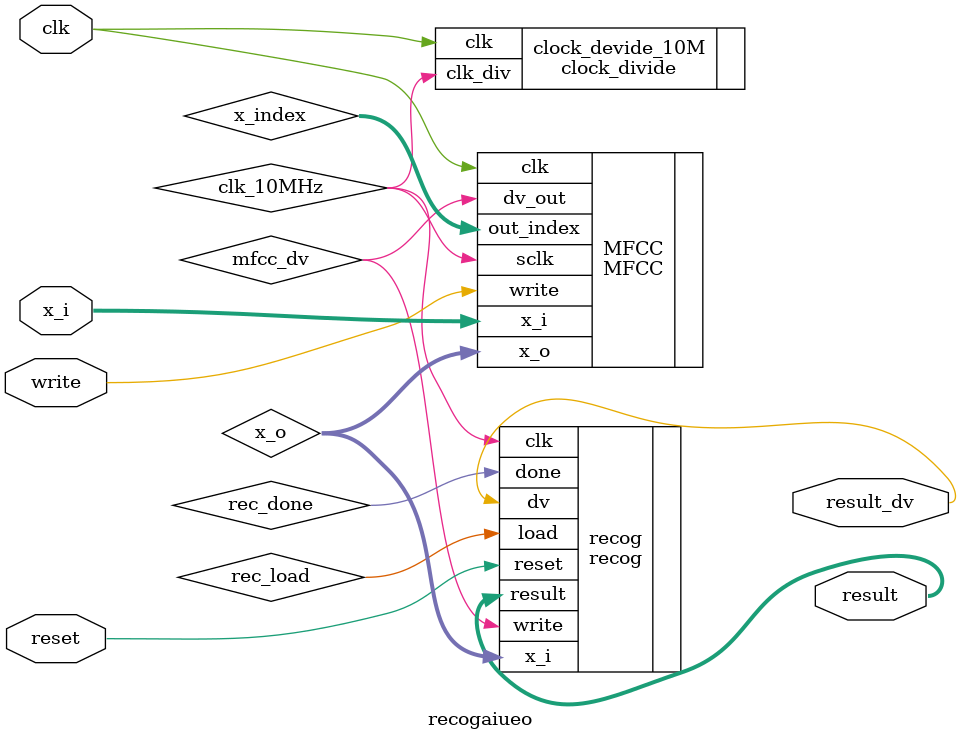
<source format=v>
`timescale 1ns / 1ps

module recogaiueo(clk,reset, x_i,write, result_dv, result);
	input clk;			
	input reset;
	input signed [15:0] x_i;	//!< input data
	input write;				//!< Sampling rate
	output result_dv;			//!< Data valid
	output [1:0]result;	 			//!< Result
//	reg result_dv=0;
//	reg result=0;

wire clk_10MHz;
clock_divide #(.DIVCOUNT(5))
clock_devide_10M(
	.clk(clk), 
	.clk_div(clk_10MHz)
);	 


/////////////////////////////////////////////////////////////////////////////////
// Acoustic Feature MFCC
///////////////////////////////////////////////////////////////////////////////
wire signed[31:0] x_o; //!< Output MFCC
wire mfcc_dv;
wire [4:0] x_index;
MFCC MFCC(
	.clk(clk),
	.sclk(clk_10MHz),
	.x_i(x_i), 
	.write(write),
	.dv_out(mfcc_dv), 
	.out_index(x_index), 
	.x_o(x_o)
);
//////////////////////////
// Compare Mean
//////////////////////////
wire rec_load;
wire rec_done;
recog #(.BWIDTH(32),.AWIDTH(4),.MFCC_SIZE(12))
 recog(
	.clk(clk_10MHz), 
	.reset(reset), 
	.x_i(x_o), 
	.write(mfcc_dv), 
	.load(rec_load), 
	.result(result),
	.dv(result_dv),
	.done(rec_done)
);

//------------------------------------------------------------------------------
///////////////////////////////////////////////////////////////////////////////
/// make Segment with feature vector
///////////////////////////////////////////////////////////////////////////////
/*
wire seg_load;
wire seg_shift_start;
wire signed [31:0] seg_o;
wire seg_done;
makeSegment #(.BWIDTH(32),.AWIDTH(9),.WORDS(512),.SHIFT_SIZE(12))
 makeSegment(
	.clk(clk), 
	.reset(reset), 
	.x_i(x_o), 
	.write(mfcc_dv), 
	.load(seg_load), 
	.shift_start(seg_shift_start), 
	.x_o(seg_o), 
	.done(seg_done)
);
*/
//-----------------------------------------------------------------------------

///////////////////////////////////////////////////////////////////////////////
/// Classify : Neural Net
///////////////////////////////////////////////////////////////////////////////
/*
reg nn_start=0;
reg nn_write=0;
wire signed [31:0] nn_o;
wire nn_done;
wire nn_dv;
wire nn_result;
NNsp NNsp(
	.clk(clk),
	.reset(reset),
	.start(nn_start),
	.write(seg_load),
	.x_i(seg_o),
	.x_o(nn_o),
	.done(nn_done),
	.dv(nn_dv),
	.result(nn_result)
);
*/
//-----------------------------------------------------------------------------


///////////////////////////////////////////////////////////////////////////////
/// Control each module
///////////////////////////////////////////////////////////////////////////////
/*
always@(posedge clk)begin
	if(seg_shift_start==1)begin
		nn_start<=1;
	end

	if(nn_dv==1)begin
		result_dv<=nn_dv;
		result<=nn_result;
		nn_start<=0;
		
	end
end
*/
//------------------------------------------------------------------------------
endmodule

</source>
